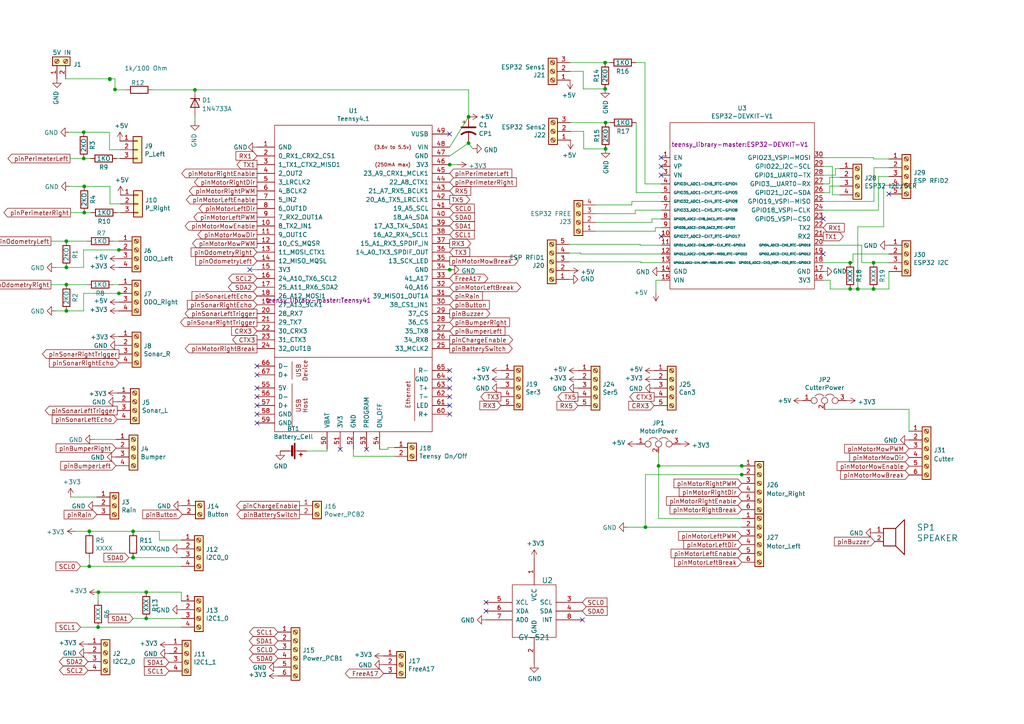
<source format=kicad_sch>
(kicad_sch (version 20211123) (generator eeschema)
  (paper "A4")
  (title_block (title "Teensy 4.1 MainPCB Board") (date "2022-05-13") (rev "v1.3"))
  (junction (at 25.908 154.1018))
  (junction (at 19.2532 82.55))
  (junction (at 246.5832 76.2))
  (junction (at 175.641 35.56))
  (junction (at 19.2532 69.9516))
  (junction (at 28.448 181.9148))
  (junction (at 31.8516 23.0124))
  (junction (at 42.418 171.7548))
  (junction (at 175.514 18.161))
  (junction (at 248.793 83.82))
  (junction (at 24.2824 45.974))
  (junction (at 130.429 78.232))
  (junction (at 25.908 164.2618))
  (junction (at 215.138 137.668))
  (junction (at 175.514 25.781))
  (junction (at 253.365 76.2))
  (junction (at 135.9408 33.8836))
  (junction (at 135.89 41.5036))
  (junction (at 38.608 161.7218))
  (junction (at 135.89 33.8836))
  (junction (at 31.8516 22.86))
  (junction (at 215.138 135.128))
  (junction (at 175.641 43.18))
  (junction (at 253.365 83.82))
  (junction (at 34.4932 72.4916))
  (junction (at 24.2824 38.354))
  (junction (at 19.2532 77.5716))
  (junction (at 191.008 135.128))
  (junction (at 24.4348 61.6712))
  (junction (at 246.5832 83.82))
  (junction (at 24.4348 54.0512))
  (junction (at 38.608 154.1018))
  (junction (at 56.5404 26.0604))
  (junction (at 28.5496 171.7548))
  (junction (at 187.198 152.908))
  (junction (at 19.2532 90.17))
  (junction (at 34.4932 85.09))
  (junction (at 42.418 179.3748))
  (junction (at 130.429 47.752))
  (junction (at 33.3502 25.9588))
  (no_connect (at 74.549 112.522))
  (no_connect (at 130.429 107.442))
  (no_connect (at 72.4408 78.232))
  (no_connect (at 74.549 120.142))
  (no_connect (at 140.97 177.2412))
  (no_connect (at 238.76 73.66))
  (no_connect (at 74.549 108.712))
  (no_connect (at 191.77 50.8))
  (no_connect (at 130.4036 38.862))
  (no_connect (at 130.429 109.982))
  (no_connect (at 257.81 56.261))
  (no_connect (at 74.549 106.172))
  (no_connect (at 191.77 68.58))
  (no_connect (at 238.76 63.5))
  (no_connect (at 191.77 48.26))
  (no_connect (at 191.77 45.72))
  (no_connect (at 130.429 120.142))
  (no_connect (at 74.549 115.062))
  (no_connect (at 140.97 174.7012))
  (no_connect (at 168.91 179.7812))
  (no_connect (at 98.679 130.302))
  (no_connect (at 130.429 117.602))
  (no_connect (at 74.549 117.602))
  (no_connect (at 130.429 112.522))
  (no_connect (at 106.299 130.302))
  (no_connect (at 74.549 122.682))
  (no_connect (at 130.429 115.062))
  (wire (pts (xy 130.4036 47.752) (xy 130.429 47.752)))
  (wire (pts (xy 165.1 75.946) (xy 185.928 75.946)))
  (wire (pts (xy 184.531 55.88) (xy 191.77 55.88)))
  (wire (pts (xy 34.544 72.4916) (xy 34.4932 72.4916)))
  (wire (pts (xy 169.291 38.1) (xy 165.481 38.1)))
  (wire (pts (xy 25.908 164.2618) (xy 52.578 164.2618)))
  (wire (pts (xy 253.492 58.42) (xy 253.492 48.641)))
  (wire (pts (xy 94.869 130.81) (xy 88.9 130.81)))
  (wire (pts (xy 52.578 171.7548) (xy 42.418 171.7548)))
  (wire (pts (xy 56.5404 26.0604) (xy 135.9408 26.0604)))
  (wire (pts (xy 257.81 73.66) (xy 247.396 73.66)))
  (wire (pts (xy 135.9408 26.0604) (xy 135.9408 33.8836)))
  (wire (pts (xy 19.2532 69.9516) (xy 25.2476 69.9516)))
  (wire (pts (xy 34.4932 72.4916) (xy 24.2316 72.4916)))
  (wire (pts (xy 253.365 83.82) (xy 257.81 83.82)))
  (wire (pts (xy 169.164 25.781) (xy 169.164 20.701)))
  (wire (pts (xy 187.198 137.668) (xy 187.198 152.908)))
  (wire (pts (xy 238.76 76.2) (xy 246.5832 76.2)))
  (wire (pts (xy 28.5496 171.7548) (xy 28.448 171.7548)))
  (wire (pts (xy 23.368 164.2618) (xy 25.908 164.2618)))
  (wire (pts (xy 240.665 53.975) (xy 243.586 53.975)))
  (wire (pts (xy 24.4348 54.0512) (xy 31.9024 54.0512)))
  (wire (pts (xy 240.665 53.34) (xy 240.665 51.435)))
  (wire (pts (xy 190.246 84.7344) (xy 190.246 81.28)))
  (wire (pts (xy 172.847 64.516) (xy 189.103 64.516)))
  (wire (pts (xy 238.76 48.26) (xy 241.427 48.26)))
  (wire (pts (xy 31.9024 59.1312) (xy 34.9504 59.1312)))
  (wire (pts (xy 189.103 63.5) (xy 191.77 63.5)))
  (wire (pts (xy 257.81 83.82) (xy 257.81 78.74)))
  (wire (pts (xy 184.277 61.976) (xy 184.277 60.96)))
  (wire (pts (xy 232.8164 116.1796) (xy 232.791 116.205)))
  (wire (pts (xy 190.119 67.056) (xy 190.119 66.04)))
  (wire (pts (xy 253.492 48.641) (xy 257.81 48.641)))
  (wire (pts (xy 176.784 18.161) (xy 175.514 18.161)))
  (wire (pts (xy 14.7828 69.9516) (xy 19.2532 69.9516)))
  (wire (pts (xy 183.261 59.436) (xy 183.261 58.42)))
  (wire (pts (xy 169.164 25.781) (xy 175.514 25.781)))
  (wire (pts (xy 112.522 130.302) (xy 112.522 129.794)))
  (wire (pts (xy 16.2052 90.17) (xy 19.2532 90.17)))
  (wire (pts (xy 246.5832 83.82) (xy 248.793 83.82)))
  (wire (pts (xy 137.1092 43.1292) (xy 135.89 41.5036)))
  (wire (pts (xy 241.427 48.26) (xy 241.427 56.515)))
  (wire (pts (xy 102.489 130.302) (xy 102.489 132.334)))
  (wire (pts (xy 169.291 43.18) (xy 169.291 38.1)))
  (wire (pts (xy 31.9024 54.0512) (xy 31.9024 59.1312)))
  (wire (pts (xy 248.793 83.82) (xy 253.365 83.82)))
  (wire (pts (xy 20.4724 144.1704) (xy 28.0924 144.1704)))
  (wire (pts (xy 191.008 131.318) (xy 191.008 135.128)))
  (wire (pts (xy 176.911 35.56) (xy 175.641 35.56)))
  (wire (pts (xy 184.277 60.96) (xy 191.77 60.96)))
  (wire (pts (xy 38.608 179.3748) (xy 42.418 179.3748)))
  (wire (pts (xy 31.75 43.434) (xy 34.798 43.434)))
  (wire (pts (xy 19.05 22.86) (xy 31.8516 22.86)))
  (wire (pts (xy 46.228 156.6418) (xy 52.578 156.6418)))
  (wire (pts (xy 238.76 58.42) (xy 253.492 58.42)))
  (wire (pts (xy 187.198 152.908) (xy 215.138 152.908)))
  (wire (pts (xy 169.291 43.18) (xy 175.641 43.18)))
  (wire (pts (xy 190.119 66.04) (xy 191.77 66.04)))
  (wire (pts (xy 189.103 64.516) (xy 189.103 63.5)))
  (wire (pts (xy 27.2796 127.4572) (xy 33.6296 127.4572)))
  (wire (pts (xy 34.798 45.974) (xy 33.8836 45.974)))
  (wire (pts (xy 190.246 81.28) (xy 191.77 81.28)))
  (wire (pts (xy 56.5404 33.6804) (xy 56.5404 35.2044)))
  (wire (pts (xy 172.847 61.976) (xy 184.277 61.976)))
  (wire (pts (xy 247.396 73.66) (xy 247.396 76.2)))
  (wire (pts (xy 238.76 55.88) (xy 240.665 55.88)))
  (wire (pts (xy 182.118 152.908) (xy 187.198 152.908)))
  (wire (pts (xy 33.3502 26.0604) (xy 33.3502 25.9588)))
  (wire (pts (xy 187.071 18.161) (xy 184.404 18.161)))
  (wire (pts (xy 240.665 55.88) (xy 240.665 53.975)))
  (wire (pts (xy 34.9504 61.6712) (xy 34.036 61.6712)))
  (wire (pts (xy 253.365 76.2) (xy 257.81 76.2)))
  (wire (pts (xy 26.2636 45.974) (xy 24.2824 45.974)))
  (wire (pts (xy 183.261 58.42) (xy 191.77 58.42)))
  (wire (pts (xy 256.286 65.786) (xy 248.793 65.786)))
  (wire (pts (xy 185.674 71.12) (xy 185.674 70.866)))
  (wire (pts (xy 242.316 50.8) (xy 242.316 48.895)))
  (wire (pts (xy 14.7828 82.55) (xy 19.2532 82.55)))
  (wire (pts (xy 130.4036 78.232) (xy 130.429 78.232)))
  (wire (pts (xy 24.2824 38.354) (xy 31.75 38.354)))
  (wire (pts (xy 263.652 118.7196) (xy 263.652 125.0696)))
  (wire (pts (xy 241.427 56.515) (xy 243.586 56.515)))
  (wire (pts (xy 253.365 45.72) (xy 253.365 46.101)))
  (wire (pts (xy 239.1664 118.7196) (xy 263.652 118.7196)))
  (wire (pts (xy 130.4036 38.862) (xy 130.429 38.862)))
  (wire (pts (xy 32.8676 69.9516) (xy 34.4932 69.9516)))
  (wire (pts (xy 24.2316 77.5716) (xy 19.2532 77.5716)))
  (wire (pts (xy 34.4932 85.09) (xy 24.2316 85.09)))
  (wire (pts (xy 238.76 81.28) (xy 240.792 81.28)))
  (wire (pts (xy 19.2532 82.55) (xy 25.2476 82.55)))
  (wire (pts (xy 215.138 150.368) (xy 191.008 150.368)))
  (wire (pts (xy 38.608 161.7218) (xy 52.578 161.7218)))
  (wire (pts (xy 72.4408 78.232) (xy 74.549 78.232)))
  (wire (pts (xy 26.416 61.6712) (xy 24.4348 61.6712)))
  (wire (pts (xy 185.674 71.12) (xy 191.77 71.12)))
  (wire (pts (xy 215.138 135.128) (xy 191.008 135.128)))
  (wire (pts (xy 130.429 78.232) (xy 130.6068 78.232)))
  (wire (pts (xy 253.365 46.101) (xy 257.81 46.101)))
  (wire (pts (xy 42.418 171.7548) (xy 28.5496 171.7548)))
  (wire (pts (xy 169.164 20.701) (xy 165.354 20.701)))
  (wire (pts (xy 246.5832 76.2) (xy 247.396 76.2)))
  (wire (pts (xy 254.762 60.96) (xy 254.762 51.181)))
  (wire (pts (xy 110.109 130.302) (xy 112.522 130.302)))
  (wire (pts (xy 24.2316 85.09) (xy 24.2316 90.17)))
  (wire (pts (xy 20.1676 38.354) (xy 24.2824 38.354)))
  (wire (pts (xy 187.071 53.34) (xy 187.071 18.161)))
  (wire (pts (xy 185.674 70.866) (xy 165.1 70.866)))
  (wire (pts (xy 184.531 35.56) (xy 184.531 55.88)))
  (wire (pts (xy 22.098 154.1018) (xy 25.908 154.1018)))
  (wire (pts (xy 38.608 154.1018) (xy 46.228 154.1018)))
  (wire (pts (xy 240.792 81.28) (xy 240.792 83.82)))
  (wire (pts (xy 185.928 75.946) (xy 185.928 76.2)))
  (wire (pts (xy 135.89 41.5036) (xy 130.429 45.212)))
  (wire (pts (xy 31.75 38.354) (xy 31.75 43.434)))
  (wire (pts (xy 238.76 50.8) (xy 242.316 50.8)))
  (wire (pts (xy 31.8516 22.86) (xy 33.3502 22.86)))
  (wire (pts (xy 42.418 179.3748) (xy 52.578 179.3748)))
  (wire (pts (xy 191.77 53.34) (xy 187.071 53.34)))
  (wire (pts (xy 238.76 45.72) (xy 253.365 45.72)))
  (wire (pts (xy 238.76 71.12) (xy 249.936 71.12)))
  (wire (pts (xy 254.762 51.181) (xy 257.81 51.181)))
  (wire (pts (xy 32.8676 82.55) (xy 34.4932 82.55)))
  (wire (pts (xy 25.908 161.7218) (xy 25.908 164.2618)))
  (wire (pts (xy 245.5164 116.1796) (xy 245.491 116.205)))
  (wire (pts (xy 215.138 137.668) (xy 215.1888 137.6172)))
  (wire (pts (xy 24.2316 72.4916) (xy 24.2316 77.5716)))
  (wire (pts (xy 130.429 47.752) (xy 132.6388 47.752)))
  (wire (pts (xy 34.544 85.09) (xy 34.4932 85.09)))
  (wire (pts (xy 24.2316 90.17) (xy 19.2532 90.17)))
  (wire (pts (xy 33.3502 26.0604) (xy 36.576 26.0604)))
  (wire (pts (xy 240.665 51.435) (xy 243.586 51.435)))
  (wire (pts (xy 28.448 181.9148) (xy 52.578 181.9148)))
  (wire (pts (xy 238.76 53.34) (xy 240.665 53.34)))
  (wire (pts (xy 242.316 48.895) (xy 243.586 48.895)))
  (wire (pts (xy 23.368 181.9148) (xy 28.448 181.9148)))
  (wire (pts (xy 256.286 53.721) (xy 256.286 65.786)))
  (wire (pts (xy 240.792 83.82) (xy 246.5832 83.82)))
  (wire (pts (xy 33.3502 25.9588) (xy 33.3502 22.86)))
  (wire (pts (xy 165.354 18.161) (xy 175.514 18.161)))
  (wire (pts (xy 238.76 60.96) (xy 254.762 60.96)))
  (wire (pts (xy 172.847 67.056) (xy 190.119 67.056)))
  (wire (pts (xy 31.8516 22.86) (xy 31.8516 23.0124)))
  (wire (pts (xy 37.338 161.7218) (xy 38.608 161.7218)))
  (wire (pts (xy 215.138 135.128) (xy 215.1888 135.0772)))
  (wire (pts (xy 172.847 59.436) (xy 183.261 59.436)))
  (wire (pts (xy 248.793 65.786) (xy 248.793 83.82)))
  (wire (pts (xy 46.228 154.1018) (xy 46.228 156.6418)))
  (wire (pts (xy 130.429 42.672) (xy 135.89 33.8836)))
  (wire (pts (xy 20.32 45.974) (xy 24.2824 45.974)))
  (wire (pts (xy 165.481 35.56) (xy 175.641 35.56)))
  (wire (pts (xy 44.196 26.0604) (xy 56.5404 26.0604)))
  (wire (pts (xy 168.402 73.66) (xy 168.402 73.406)))
  (wire (pts (xy 185.928 76.2) (xy 191.77 76.2)))
  (wire (pts (xy 112.522 129.794) (xy 114.427 129.794)))
  (wire (pts (xy 102.489 132.334) (xy 114.427 132.334)))
  (wire (pts (xy 191.77 73.66) (xy 168.402 73.66)))
  (wire (pts (xy 38.608 154.1018) (xy 25.908 154.1018)))
  (wire (pts (xy 215.138 137.668) (xy 187.198 137.668)))
  (wire (pts (xy 16.2052 77.5716) (xy 19.2532 77.5716)))
  (wire (pts (xy 191.008 135.128) (xy 191.008 150.368)))
  (wire (pts (xy 249.936 76.2) (xy 253.365 76.2)))
  (wire (pts (xy 28.448 174.2948) (xy 28.448 171.7548)))
  (wire (pts (xy 20.4724 61.6712) (xy 24.4348 61.6712)))
  (wire (pts (xy 168.402 73.406) (xy 165.1 73.406)))
  (wire (pts (xy 249.936 71.12) (xy 249.936 76.2)))
  (wire (pts (xy 94.869 130.302) (xy 94.869 130.81)))
  (wire (pts (xy 257.81 53.721) (xy 256.286 53.721)))
  (wire (pts (xy 52.578 174.2948) (xy 52.578 171.7548)))
  (wire (pts (xy 20.32 54.0512) (xy 24.4348 54.0512)))
  (global_label "SDA2" (shape bidirectional) (at 25.527 191.897 180) (property "Intersheet References" "${INTERSHEET_REFS}" (effects hide)))
  (global_label "pinSonarRightEcho" (shape input) (at 74.549 88.392 180) (property "Intersheet References" "${INTERSHEET_REFS}" (effects hide)))
  (global_label "pinPerimeterRight" (shape output) (at 20.4724 61.6712 180) (property "Intersheet References" "${INTERSHEET_REFS}" (effects hide)))
  (global_label "CTX3" (shape output) (at 74.549 98.552 180) (property "Intersheet References" "${INTERSHEET_REFS}" (effects hide)))
  (global_label "SCL2" (shape bidirectional) (at 25.527 194.437 180) (property "Intersheet References" "${INTERSHEET_REFS}" (effects hide)))
  (global_label "pinMotorLeftPWM" (shape output) (at 74.549 62.992 180) (property "Intersheet References" "${INTERSHEET_REFS}" (effects hide)))
  (global_label "SCL1" (shape bidirectional) (at 80.6196 183.3372 180) (property "Intersheet References" "${INTERSHEET_REFS}" (effects hide)))
  (global_label "pinMotorLeftEnable" (shape input) (at 215.138 160.528 180) (property "Intersheet References" "${INTERSHEET_REFS}" (effects hide)))
  (global_label "pinMotorRightPWM" (shape input) (at 215.138 140.208 180) (property "Intersheet References" "${INTERSHEET_REFS}" (effects hide)))
  (global_label "pinButton" (shape input) (at 130.429 88.392 0) (property "Intersheet References" "${INTERSHEET_REFS}" (effects hide)))
  (global_label "RX3" (shape input) (at 145.288 117.602 180) (property "Intersheet References" "${INTERSHEET_REFS}" (effects hide)))
  (global_label "pinBumperRight" (shape input) (at 130.429 93.472 0) (property "Intersheet References" "${INTERSHEET_REFS}" (effects hide)))
  (global_label "SCL2" (shape bidirectional) (at 74.549 80.772 180) (property "Intersheet References" "${INTERSHEET_REFS}" (effects hide)))
  (global_label "pinChargeEnable" (shape output) (at 86.868 146.6596 180) (property "Intersheet References" "${INTERSHEET_REFS}" (effects hide)))
  (global_label "pinSonarLeftTrigger" (shape output) (at 34.0106 119.0752 180) (property "Intersheet References" "${INTERSHEET_REFS}" (effects hide)))
  (global_label "pinMotorMowPWM" (shape output) (at 74.549 70.612 180) (property "Intersheet References" "${INTERSHEET_REFS}" (effects hide)))
  (global_label "pinMotorLeftBreak" (shape input) (at 215.138 163.068 180) (property "Intersheet References" "${INTERSHEET_REFS}" (effects hide)))
  (global_label "SCL0" (shape input) (at 23.368 164.2618 180) (property "Intersheet References" "${INTERSHEET_REFS}" (effects hide)))
  (global_label "pinBumperLeft" (shape input) (at 33.6296 135.0772 180) (property "Intersheet References" "${INTERSHEET_REFS}" (effects hide)))
  (global_label "pinBumperLeft" (shape input) (at 130.429 96.012 0) (property "Intersheet References" "${INTERSHEET_REFS}" (effects hide)))
  (global_label "pinMotorLeftDir" (shape output) (at 74.549 60.452 180) (property "Intersheet References" "${INTERSHEET_REFS}" (effects hide)))
  (global_label "SCL0" (shape bidirectional) (at 80.6196 188.4172 180) (property "Intersheet References" "${INTERSHEET_REFS}" (effects hide)))
  (global_label "RX1" (shape input) (at 74.549 45.212 180) (property "Intersheet References" "${INTERSHEET_REFS}" (effects hide)))
  (global_label "FreeA17" (shape bidirectional) (at 130.429 80.772 0) (property "Intersheet References" "${INTERSHEET_REFS}" (effects hide)))
  (global_label "pinButton" (shape input) (at 52.8828 149.1996 180) (property "Intersheet References" "${INTERSHEET_REFS}" (effects hide)))
  (global_label "pinChargeEnable" (shape output) (at 130.429 98.552 0) (property "Intersheet References" "${INTERSHEET_REFS}" (effects hide)))
  (global_label "pinMotorLeftDir" (shape input) (at 215.138 157.988 180) (property "Intersheet References" "${INTERSHEET_REFS}" (effects hide)))
  (global_label "SDA0" (shape bidirectional) (at 80.6196 190.9572 180) (property "Intersheet References" "${INTERSHEET_REFS}" (effects hide)))
  (global_label "pinPerimeterRight" (shape input) (at 130.429 52.832 0) (property "Intersheet References" "${INTERSHEET_REFS}" (effects hide)))
  (global_label "pinRain" (shape input) (at 130.429 85.852 0) (property "Intersheet References" "${INTERSHEET_REFS}" (effects hide)))
  (global_label "pinMotorMowBreak" (shape input) (at 263.652 137.7696 180) (property "Intersheet References" "${INTERSHEET_REFS}" (effects hide)))
  (global_label "SCL1" (shape input) (at 130.429 68.072 0) (property "Intersheet References" "${INTERSHEET_REFS}" (effects hide)))
  (global_label "pinOdometryRight" (shape input) (at 74.549 73.152 180) (property "Intersheet References" "${INTERSHEET_REFS}" (effects hide)))
  (global_label "TX5" (shape output) (at 130.429 57.912 0) (property "Intersheet References" "${INTERSHEET_REFS}" (effects hide)))
  (global_label "SCL0" (shape input) (at 168.91 174.7012 0) (property "Intersheet References" "${INTERSHEET_REFS}" (effects hide)))
  (global_label "pinMotorRightEnable" (shape output) (at 74.549 50.292 180) (property "Intersheet References" "${INTERSHEET_REFS}" (effects hide)))
  (global_label "SDA1" (shape bidirectional) (at 80.6196 185.8772 180) (property "Intersheet References" "${INTERSHEET_REFS}" (effects hide)))
  (global_label "pinOdometryRight" (shape output) (at 14.7828 82.55 180) (property "Intersheet References" "${INTERSHEET_REFS}" (effects hide)))
  (global_label "pinMotorMowDir" (shape output) (at 74.549 68.072 180) (property "Intersheet References" "${INTERSHEET_REFS}" (effects hide)))
  (global_label "pinMotorRightDir" (shape output) (at 74.549 52.832 180) (property "Intersheet References" "${INTERSHEET_REFS}" (effects hide)))
  (global_label "pinSonarLeftTrigger" (shape output) (at 74.549 90.932 180) (property "Intersheet References" "${INTERSHEET_REFS}" (effects hide)))
  (global_label "pinBuzzer" (shape input) (at 253.6952 157.0736 180) (property "Intersheet References" "${INTERSHEET_REFS}" (effects hide)))
  (global_label "RX1" (shape input) (at 238.76 66.04 0) (property "Intersheet References" "${INTERSHEET_REFS}" (effects hide)))
  (global_label "pinMotorRightEnable" (shape input) (at 215.138 145.288 180) (property "Intersheet References" "${INTERSHEET_REFS}" (effects hide)))
  (global_label "SDA1" (shape input) (at 130.429 65.532 0) (property "Intersheet References" "${INTERSHEET_REFS}" (effects hide)))
  (global_label "SDA0" (shape input) (at 37.338 161.7218 180) (property "Intersheet References" "${INTERSHEET_REFS}" (effects hide)))
  (global_label "pinMotorMowEnable" (shape input) (at 263.652 135.2296 180) (property "Intersheet References" "${INTERSHEET_REFS}" (effects hide)))
  (global_label "TX1" (shape output) (at 238.76 68.58 0) (property "Intersheet References" "${INTERSHEET_REFS}" (effects hide)))
  (global_label "pinMotorMowEnable" (shape output) (at 74.549 65.532 180) (property "Intersheet References" "${INTERSHEET_REFS}" (effects hide)))
  (global_label "SDA2" (shape bidirectional) (at 74.549 83.312 180) (property "Intersheet References" "${INTERSHEET_REFS}" (effects hide)))
  (global_label "RX5" (shape input) (at 130.429 55.372 0) (property "Intersheet References" "${INTERSHEET_REFS}" (effects hide)))
  (global_label "pinBatterySwitch" (shape output) (at 130.429 101.092 0) (property "Intersheet References" "${INTERSHEET_REFS}" (effects hide)))
  (global_label "CRX3" (shape input) (at 189.738 117.6528 180) (property "Intersheet References" "${INTERSHEET_REFS}" (effects hide)))
  (global_label "FreeA17" (shape bidirectional) (at 111.252 195.326 180) (property "Intersheet References" "${INTERSHEET_REFS}" (effects hide)))
  (global_label "pinBuzzer" (shape output) (at 130.429 90.932 0) (property "Intersheet References" "${INTERSHEET_REFS}" (effects hide)))
  (global_label "pinPerimeterLeft" (shape input) (at 130.429 50.292 0) (property "Intersheet References" "${INTERSHEET_REFS}" (effects hide)))
  (global_label "pinMotorMowDir" (shape input) (at 263.652 132.6896 180) (property "Intersheet References" "${INTERSHEET_REFS}" (effects hide)))
  (global_label "RX3" (shape output) (at 130.429 70.612 0) (property "Intersheet References" "${INTERSHEET_REFS}" (effects hide)))
  (global_label "SDA1" (shape input) (at 49.022 192.0748 180) (property "Intersheet References" "${INTERSHEET_REFS}" (effects hide)))
  (global_label "SCL0" (shape input) (at 130.429 60.452 0) (property "Intersheet References" "${INTERSHEET_REFS}" (effects hide)))
  (global_label "pinSonarRightTrigger" (shape output) (at 34.5186 102.6922 180) (property "Intersheet References" "${INTERSHEET_REFS}" (effects hide)))
  (global_label "pinMotorRightBreak" (shape input) (at 215.138 147.828 180) (property "Intersheet References" "${INTERSHEET_REFS}" (effects hide)))
  (global_label "CRX3" (shape input) (at 74.549 96.012 180) (property "Intersheet References" "${INTERSHEET_REFS}" (effects hide)))
  (global_label "RX5" (shape input) (at 167.64 117.6528 180) (property "Intersheet References" "${INTERSHEET_REFS}" (effects hide)))
  (global_label "pinOdometryLeft" (shape input) (at 74.549 75.692 180) (property "Intersheet References" "${INTERSHEET_REFS}" (effects hide)))
  (global_label "SCL1" (shape input) (at 49.022 194.6148 180) (property "Intersheet References" "${INTERSHEET_REFS}" (effects hide)))
  (global_label "pinSonarLeftEcho" (shape input) (at 34.0106 121.6152 180) (property "Intersheet References" "${INTERSHEET_REFS}" (effects hide)))
  (global_label "TX1" (shape output) (at 74.549 47.752 180) (property "Intersheet References" "${INTERSHEET_REFS}" (effects hide)))
  (global_label "TX3" (shape input) (at 130.429 73.152 0) (property "Intersheet References" "${INTERSHEET_REFS}" (effects hide)))
  (global_label "pinBumperRight" (shape input) (at 33.6296 129.9972 180) (property "Intersheet References" "${INTERSHEET_REFS}" (effects hide)))
  (global_label "pinMotorRightDir" (shape input) (at 215.138 142.748 180) (property "Intersheet References" "${INTERSHEET_REFS}" (effects hide)))
  (global_label "SDA0" (shape input) (at 168.91 177.2412 0) (property "Intersheet References" "${INTERSHEET_REFS}" (effects hide)))
  (global_label "TX3" (shape output) (at 145.288 115.062 180) (property "Intersheet References" "${INTERSHEET_REFS}" (effects hide)))
  (global_label "pinSonarLeftEcho" (shape input) (at 74.549 85.852 180) (property "Intersheet References" "${INTERSHEET_REFS}" (effects hide)))
  (global_label "pinMotorMowPWM" (shape input) (at 263.652 130.1496 180) (property "Intersheet References" "${INTERSHEET_REFS}" (effects hide)))
  (global_label "pinOdometryLeft" (shape output) (at 14.7828 69.9516 180) (property "Intersheet References" "${INTERSHEET_REFS}" (effects hide)))
  (global_label "SDA0" (shape input) (at 130.429 62.992 0) (property "Intersheet References" "${INTERSHEET_REFS}" (effects hide)))
  (global_label "pinSonarRightTrigger" (shape output) (at 74.549 93.472 180) (property "Intersheet References" "${INTERSHEET_REFS}" (effects hide)))
  (global_label "SCL1" (shape input) (at 23.368 181.9148 180) (property "Intersheet References" "${INTERSHEET_REFS}" (effects hide)))
  (global_label "pinMotorRightBreak" (shape output) (at 74.549 101.092 180) (property "Intersheet References" "${INTERSHEET_REFS}" (effects hide)))
  (global_label "TX5" (shape output) (at 167.64 115.1128 180) (property "Intersheet References" "${INTERSHEET_REFS}" (effects hide)))
  (global_label "pinSonarRightEcho" (shape input) (at 34.5186 105.2322 180) (property "Intersheet References" "${INTERSHEET_REFS}" (effects hide)))
  (global_label "pinMotorLeftEnable" (shape output) (at 74.549 57.912 180) (property "Intersheet References" "${INTERSHEET_REFS}" (effects hide)))
  (global_label "pinPerimeterLeft" (shape output) (at 20.32 45.974 180) (property "Intersheet References" "${INTERSHEET_REFS}" (effects hide)))
  (global_label "pinRain" (shape input) (at 28.0924 149.2504 180) (property "Intersheet References" "${INTERSHEET_REFS}" (effects hide)))
  (global_label "pinMotorLeftPWM" (shape input) (at 215.138 155.448 180) (property "Intersheet References" "${INTERSHEET_REFS}" (effects hide)))
  (global_label "pinMotorLeftBreak" (shape bidirectional) (at 130.429 83.312 0) (property "Intersheet References" "${INTERSHEET_REFS}" (effects hide)))
  (global_label "pinMotorMowBreak" (shape output) (at 130.429 75.692 0) (property "Intersheet References" "${INTERSHEET_REFS}" (effects hide)))
  (global_label "CTX3" (shape output) (at 189.738 115.1128 180) (property "Intersheet References" "${INTERSHEET_REFS}" (effects hide)))
  (global_label "pinMotorRightPWM" (shape output) (at 74.549 55.372 180) (property "Intersheet References" "${INTERSHEET_REFS}" (effects hide)))
  (global_label "SDA1" (shape input) (at 38.608 179.3748 180) (property "Intersheet References" "${INTERSHEET_REFS}" (effects hide)))
  (global_label "pinBatterySwitch" (shape output) (at 86.868 149.1996 180) (property "Intersheet References" "${INTERSHEET_REFS}" (effects hide)))
  (symbol (lib_id "Connector:Screw_Terminal_01x04") (at 30.607 189.357 0) (unit 1)
    (property "Reference" "J2" (at 32.639 189.5602 0) (effects (justify left)))
    (property "Value" "I2C2_0" (at 32.639 191.8716 0) (effects (justify left)))
    (property "Footprint" "Connector_JST:JST_XH_B4B-XH-A_1x04_P2.50mm_Vertical" (effects hide))
  )
  (symbol (lib_id "Connector:Screw_Terminal_01x04") (at 54.102 189.5348 0) (unit 1)
    (property "Reference" "J11" (at 56.134 189.738 0) (effects (justify left)))
    (property "Value" "I2C1_1" (at 56.134 192.0494 0) (effects (justify left)))
    (property "Footprint" "Connector_JST:JST_XH_B4B-XH-A_1x04_P2.50mm_Vertical" (effects hide))
  )
  (symbol (lib_id "Connector:Screw_Terminal_01x04") (at 39.5986 100.1522 0) (unit 1)
    (property "Reference" "J8" (at 41.6306 100.3554 0) (effects (justify left)))
    (property "Value" "Sonar_R" (at 41.6306 102.6668 0) (effects (justify left)))
    (property "Footprint" "Connector_JST:JST_XH_B4B-XH-A_1x04_P2.50mm_Vertical" (effects hide))
  )
  (symbol (lib_id "Connector:Screw_Terminal_01x04") (at 39.0906 116.5352 0) (unit 1)
    (property "Reference" "J5" (at 41.1226 116.7384 0) (effects (justify left)))
    (property "Value" "Sonar_L" (at 41.1226 119.0498 0) (effects (justify left)))
    (property "Footprint" "Connector_JST:JST_XH_B4B-XH-A_1x04_P2.50mm_Vertical" (effects hide))
  )
  (symbol (lib_id "Connector:Screw_Terminal_01x04") (at 38.7096 129.9972 0) (unit 1)
    (property "Reference" "J4" (at 40.7416 130.2004 0) (effects (justify left)))
    (property "Value" "Bumper" (at 40.7416 132.5118 0) (effects (justify left)))
    (property "Footprint" "Connector_JST:JST_XH_B4B-XH-A_1x04_P2.50mm_Vertical" (effects hide))
  )
  (symbol (lib_id "Connector:Screw_Terminal_01x03") (at 33.1724 146.7104 0) (unit 1)
    (property "Reference" "J3" (at 35.2044 145.6436 0) (effects (justify left)))
    (property "Value" "Rain" (at 35.2044 147.955 0) (effects (justify left)))
    (property "Footprint" "Connector_JST:JST_XH_B3B-XH-A_1x03_P2.50mm_Vertical" (effects hide))
  )
  (symbol (lib_id "power:+3.3V") (at 20.4724 144.1704 0) (unit 1)
    (property "Reference" "#PWR06" (effects hide))
    (property "Value" "+3.3V" (at 20.8534 139.7762 0))
  )
  (symbol (lib_id "Device:Speaker") (at 258.7752 154.5336 0) (unit 1)
    (property "Reference" "SP1" (at 265.8364 152.9842 0) (effects (font (size 1.778 1.778)) (justify left)))
    (property "Value" "SPEAKER" (at 265.8364 156.0576 0) (effects (font (size 1.778 1.778)) (justify left)))
    (property "Footprint" "Zimprich:Buzzer_12x9.5RM7.6" (effects hide))
  )
  (symbol (lib_id "Connector:Screw_Terminal_01x02") (at 57.9628 146.6596 0) (unit 1)
    (property "Reference" "J14" (at 59.9948 146.8628 0) (effects (justify left)))
    (property "Value" "Button" (at 59.9948 149.1742 0) (effects (justify left)))
    (property "Footprint" "Connector_JST:JST_XH_B2B-XH-A_1x02_P2.50mm_Vertical" (effects hide))
  )
  (symbol (lib_id "power:GND") (at 253.6952 154.5336 270) (unit 1)
    (property "Reference" "#PWR067" (effects hide))
    (property "Value" "GND" (at 250.444 154.6606 90) (effects (justify right)))
  )
  (symbol (lib_id "power:GND") (at 52.8828 146.6596 270) (unit 1)
    (property "Reference" "#PWR028" (effects hide))
    (property "Value" "GND" (at 49.6316 146.7866 90) (effects (justify right)))
  )
  (symbol (lib_id "power:GND") (at 28.0924 146.7104 270) (unit 1)
    (property "Reference" "#PWR011" (effects hide))
    (property "Value" "GND" (at 24.8412 146.8374 90) (effects (justify right)))
  )
  (symbol (lib_id "power:GND") (at 27.2796 127.4572 270) (unit 1)
    (property "Reference" "#PWR010" (effects hide))
    (property "Value" "GND" (at 24.0284 127.5842 90) (effects (justify right)))
  )
  (symbol (lib_id "power:GND") (at 49.022 189.5348 270) (unit 1)
    (property "Reference" "#PWR025" (effects hide))
    (property "Value" "GND" (at 45.7708 189.6618 90) (effects (justify right)))
  )
  (symbol (lib_id "power:GND") (at 33.6296 132.5372 270) (unit 1)
    (property "Reference" "#PWR013" (effects hide))
    (property "Value" "GND" (at 30.3784 132.6642 90) (effects (justify right)))
  )
  (symbol (lib_id "power:+3.3V") (at 25.527 186.817 90) (unit 1)
    (property "Reference" "#PWR08" (effects hide))
    (property "Value" "+3.3V" (at 22.2758 186.436 90) (effects (justify left)))
  )
  (symbol (lib_id "power:+3.3V") (at 49.022 186.9948 90) (unit 1)
    (property "Reference" "#PWR024" (effects hide))
    (property "Value" "+3.3V" (at 45.7708 186.6138 90) (effects (justify left)))
  )
  (symbol (lib_id "power:GND") (at 25.527 189.357 270) (unit 1)
    (property "Reference" "#PWR09" (effects hide))
    (property "Value" "GND" (at 22.2758 189.484 90) (effects (justify right)))
  )
  (symbol (lib_id "power:GND") (at 34.0106 116.5352 270) (unit 1)
    (property "Reference" "#PWR015" (effects hide))
    (property "Value" "GND" (at 30.7594 116.6622 90) (effects (justify right)))
  )
  (symbol (lib_id "power:GND") (at 34.5186 100.1522 270) (unit 1)
    (property "Reference" "#PWR021" (effects hide))
    (property "Value" "GND" (at 31.2674 100.2792 90) (effects (justify right)))
  )
  (symbol (lib_id "Connector:Screw_Terminal_01x02") (at 16.51 17.78 90) (unit 1)
    (property "Reference" "J1" (at 21.2852 18.6944 90) (effects (justify right)))
    (property "Value" "5V IN" (at 15.24 15.24 90) (effects (justify right)))
    (property "Footprint" "TerminalBlock:TerminalBlock_bornier-2_P5.08mm" (effects hide))
  )
  (symbol (lib_id "power:GND") (at 16.51 22.86 0) (unit 1)
    (property "Reference" "#PWR03" (effects hide))
    (property "Value" "GND" (at 16.256 28.3972 90))
  )
  (symbol (lib_id "power:+3.3V") (at 34.5186 97.6122 90) (unit 1)
    (property "Reference" "#PWR020" (effects hide))
    (property "Value" "+3.3V" (at 28.829 97.7646 90))
  )
  (symbol (lib_id "power:+3.3V") (at 34.0106 113.9952 90) (unit 1)
    (property "Reference" "#PWR014" (effects hide))
    (property "Value" "+3.3V" (at 28.3464 114.173 90))
  )
  (symbol (lib_id "Connector:Screw_Terminal_01x04") (at 57.658 176.8348 0) (unit 1)
    (property "Reference" "J13" (at 59.69 177.038 0) (effects (justify left)))
    (property "Value" "I2C1_0" (at 59.69 179.3494 0) (effects (justify left)))
    (property "Footprint" "Connector_JST:JST_XH_B4B-XH-A_1x04_P2.50mm_Vertical" (effects hide))
  )
  (symbol (lib_id "power:GND") (at 52.578 176.8348 270) (unit 1)
    (property "Reference" "#PWR027" (effects hide))
    (property "Value" "GND" (at 49.3268 176.9618 90) (effects (justify right)))
  )
  (symbol (lib_id "Device:R") (at 42.418 175.5648 180) (unit 1)
    (property "Reference" "R13" (at 44.958 175.5648 90))
    (property "Value" "XXX" (at 42.418 175.5648 90))
    (property "Footprint" "Resistor_THT:R_Axial_DIN0207_L6.3mm_D2.5mm_P2.54mm_Vertical" (effects hide))
  )
  (symbol (lib_id "Device:R") (at 28.448 178.1048 180) (unit 1)
    (property "Reference" "R6" (at 30.988 178.1048 90))
    (property "Value" "XXX" (at 28.448 178.1048 90))
    (property "Footprint" "Resistor_THT:R_Axial_DIN0207_L6.3mm_D2.5mm_P2.54mm_Vertical" (effects hide))
  )
  (symbol (lib_id "Mechanical:MountingHole_Pad") (at 303.53 21.59 0) (unit 1)
    (property "Reference" "H1" (at 306.07 20.3454 0) (effects (justify left)))
    (property "Value" "MountingHole_Pad" (at 306.07 22.6568 0) (effects (justify left)))
    (property "Footprint" "MountingHole:MountingHole_3.2mm_M3_Pad_TopBottom" (effects hide))
  )
  (symbol (lib_id "power:GND") (at 303.53 24.13 0) (unit 1)
    (property "Reference" "#PWR070" (effects hide))
    (property "Value" "GND" (at 303.657 27.3812 90) (effects (justify right)))
  )
  (symbol (lib_id "Mechanical:MountingHole_Pad") (at 303.53 39.37 0) (unit 1)
    (property "Reference" "H2" (at 306.07 38.1254 0) (effects (justify left)))
    (property "Value" "MountingHole_Pad" (at 306.07 40.4368 0) (effects (justify left)))
    (property "Footprint" "MountingHole:MountingHole_3.2mm_M3_Pad_TopBottom" (effects hide))
  )
  (symbol (lib_id "power:GND") (at 303.53 41.91 0) (unit 1)
    (property "Reference" "#PWR071" (effects hide))
    (property "Value" "GND" (at 303.657 45.1612 90) (effects (justify right)))
  )
  (symbol (lib_id "Mechanical:MountingHole_Pad") (at 303.53 57.15 0) (unit 1)
    (property "Reference" "H3" (at 306.07 55.9054 0) (effects (justify left)))
    (property "Value" "MountingHole_Pad" (at 306.07 58.2168 0) (effects (justify left)))
    (property "Footprint" "MountingHole:MountingHole_3.2mm_M3_Pad_TopBottom" (effects hide))
  )
  (symbol (lib_id "power:GND") (at 303.53 59.69 0) (unit 1)
    (property "Reference" "#PWR072" (effects hide))
    (property "Value" "GND" (at 303.657 62.9412 90) (effects (justify right)))
  )
  (symbol (lib_id "Mechanical:MountingHole_Pad") (at 303.53 74.93 0) (unit 1)
    (property "Reference" "H4" (at 306.07 73.6854 0) (effects (justify left)))
    (property "Value" "MountingHole_Pad" (at 306.07 75.9968 0) (effects (justify left)))
    (property "Footprint" "MountingHole:MountingHole_3.2mm_M3_Pad_TopBottom" (effects hide))
  )
  (symbol (lib_id "power:GND") (at 303.53 77.47 0) (unit 1)
    (property "Reference" "#PWR073" (effects hide))
    (property "Value" "GND" (at 303.657 80.7212 90) (effects (justify right)))
  )
  (symbol (lib_id "Connector:Screw_Terminal_01x05") (at 150.368 112.522 0) (unit 1)
    (property "Reference" "J19" (at 152.4 111.4552 0) (effects (justify left)))
    (property "Value" "Ser3" (at 152.4 113.7666 0) (effects (justify left)))
    (property "Footprint" "Connector_JST:JST_XH_B5B-XH-A_1x05_P2.50mm_Vertical" (effects hide))
  )
  (symbol (lib_id "power:+3.3V") (at 145.288 109.982 90) (unit 1)
    (property "Reference" "#PWR043" (effects hide))
    (property "Value" "+3.3V" (at 142.0368 109.601 90) (effects (justify left)))
  )
  (symbol (lib_id "power:GND") (at 145.288 112.522 270) (unit 1)
    (property "Reference" "#PWR044" (effects hide))
    (property "Value" "GND" (at 142.0368 112.649 90) (effects (justify right)))
  )
  (symbol (lib_id "power:+5V") (at 145.288 107.442 90) (unit 1)
    (property "Reference" "#PWR042" (effects hide))
    (property "Value" "+5V" (at 142.0368 107.061 90) (effects (justify left)))
  )
  (symbol (lib_id "Teensy_MainPCB-rescue:Teensy4.1-teensy") (at 102.489 97.282 0) (unit 1)
    (property "Reference" "U1" (at 102.489 32.131 0))
    (property "Value" "Teensy4.1" (at 102.489 34.4424 0))
    (property "Footprint" "teensy_library-master:Teensy41" (at 92.329 87.122 0))
  )
  (symbol (lib_id "power:GND") (at 137.1092 43.1292 90) (unit 1)
    (property "Reference" "#PWR040" (effects hide))
    (property "Value" "GND" (at 142.367 43.4848 90))
  )
  (symbol (lib_id "Teensy_MainPCB-rescue:GY-521-teensy") (at 154.94 177.2412 0) (unit 1)
    (property "Reference" "U2" (at 158.75 168.3512 0) (effects (font (size 1.524 1.524))))
    (property "Value" "GY-521" (at 154.94 184.8612 0) (effects (font (size 1.524 1.524))))
    (property "Footprint" "teensy_library-master:GY-521" (effects hide))
  )
  (symbol (lib_id "power:+3.3V") (at 154.94 162.0012 0) (unit 1)
    (property "Reference" "#PWR045" (effects hide))
    (property "Value" "+3.3V" (at 155.321 157.607 0))
  )
  (symbol (lib_id "power:GND") (at 154.94 192.4812 0) (unit 1)
    (property "Reference" "#PWR046" (effects hide))
    (property "Value" "GND" (at 155.067 196.8754 0))
  )
  (symbol (lib_id "Device:R") (at 25.908 157.9118 180) (unit 1)
    (property "Reference" "R5" (at 27.686 156.7434 0) (effects (justify right)))
    (property "Value" "XXXX" (at 27.686 159.0548 0) (effects (justify right)))
    (property "Footprint" "Resistor_THT:R_Axial_DIN0207_L6.3mm_D2.5mm_P2.54mm_Vertical" (effects hide))
  )
  (symbol (lib_id "Device:Battery_Cell") (at 83.82 130.81 270) (unit 1)
    (property "Reference" "BT1" (at 85.09 124.333 90))
    (property "Value" "Battery_Cell" (at 85.09 126.6444 90))
    (property "Footprint" "Battery:BatteryHolder_Keystone_103_1x20mm" (effects hide))
  )
  (symbol (lib_id "power:GND") (at 81.28 130.81 0) (unit 1)
    (property "Reference" "#PWR034" (effects hide))
    (property "Value" "GND" (at 81.407 135.2042 0))
  )
  (symbol (lib_id "Connector:Screw_Terminal_01x02") (at 91.948 146.6596 0) (unit 1)
    (property "Reference" "J16" (at 93.98 146.8628 0) (effects (justify left)))
    (property "Value" "Power_PCB2" (at 93.98 149.1742 0) (effects (justify left)))
    (property "Footprint" "Connector_JST:JST_XH_B2B-XH-A_1x02_P2.50mm_Vertical" (effects hide))
  )
  (symbol (lib_id "Device:R") (at 38.608 157.9118 0) (unit 1)
    (property "Reference" "R11" (at 40.386 156.7434 0) (effects (justify left)))
    (property "Value" "XXXX" (at 40.386 159.0548 0) (effects (justify left)))
    (property "Footprint" "Resistor_THT:R_Axial_DIN0207_L6.3mm_D2.5mm_P2.54mm_Vertical" (effects hide))
  )
  (symbol (lib_id "Device:Jumper_NC_Dual") (at 239.1664 116.1796 0) (unit 1)
    (property "Reference" "JP2" (at 239.1664 110.109 0))
    (property "Value" "CutterPower" (at 239.1664 112.4204 0))
    (property "Footprint" "Connector_PinHeader_2.54mm:PinHeader_1x03_P2.54mm_Vertical" (effects hide))
  )
  (symbol (lib_id "power:+3.3V") (at 245.491 116.205 270) (unit 1)
    (property "Reference" "#PWR066" (effects hide))
    (property "Value" "+3.3V" (at 248.7422 116.586 90) (effects (justify left)))
  )
  (symbol (lib_id "power:GND") (at 263.652 127.6096 270) (unit 1)
    (property "Reference" "#PWR069" (effects hide))
    (property "Value" "GND" (at 260.4008 127.7366 90) (effects (justify right)))
  )
  (symbol (lib_id "Connector:Screw_Terminal_01x05") (at 172.72 112.5728 0) (unit 1)
    (property "Reference" "J24" (at 174.752 111.506 0) (effects (justify left)))
    (property "Value" "Ser5" (at 174.752 113.8174 0) (effects (justify left)))
    (property "Footprint" "Connector_JST:JST_XH_B5B-XH-A_1x05_P2.50mm_Vertical" (effects hide))
  )
  (symbol (lib_id "power:+3.3V") (at 167.64 110.0328 90) (unit 1)
    (property "Reference" "#PWR052" (effects hide))
    (property "Value" "+3.3V" (at 164.3888 109.6518 90) (effects (justify left)))
  )
  (symbol (lib_id "power:GND") (at 167.64 112.5728 270) (unit 1)
    (property "Reference" "#PWR053" (effects hide))
    (property "Value" "GND" (at 164.3888 112.6998 90) (effects (justify right)))
  )
  (symbol (lib_id "power:+5V") (at 167.64 107.4928 90) (unit 1)
    (property "Reference" "#PWR051" (effects hide))
    (property "Value" "+5V" (at 164.3888 107.1118 90) (effects (justify left)))
  )
  (symbol (lib_id "Device:Jumper_NC_Dual") (at 191.008 128.778 0) (unit 1)
    (property "Reference" "JP1" (at 191.008 122.7074 0))
    (property "Value" "MotorPower" (at 191.008 125.0188 0))
    (property "Footprint" "Connector_PinHeader_2.54mm:PinHeader_1x03_P2.54mm_Vertical" (effects hide))
  )
  (symbol (lib_id "power:+3.3V") (at 197.358 128.778 270) (unit 1)
    (property "Reference" "#PWR063" (effects hide))
    (property "Value" "+3.3V" (at 200.6092 129.159 90) (effects (justify left)))
  )
  (symbol (lib_id "power:+5V") (at 184.658 128.778 90) (unit 1)
    (property "Reference" "#PWR057" (effects hide))
    (property "Value" "+5V" (at 181.4068 128.397 90) (effects (justify left)))
  )
  (symbol (lib_id "power:GND") (at 182.118 152.908 270) (unit 1)
    (property "Reference" "#PWR056" (effects hide))
    (property "Value" "GND" (at 178.8668 153.035 90) (effects (justify right)))
  )
  (symbol (lib_id "Connector:Screw_Terminal_01x05") (at 194.818 112.5728 0) (unit 1)
    (property "Reference" "J25" (at 196.85 111.506 0) (effects (justify left)))
    (property "Value" "Can3" (at 196.85 113.8174 0) (effects (justify left)))
    (property "Footprint" "Connector_JST:JST_XH_B5B-XH-A_1x05_P2.50mm_Vertical" (effects hide))
  )
  (symbol (lib_id "power:+3.3V") (at 189.738 110.0328 90) (unit 1)
    (property "Reference" "#PWR059" (effects hide))
    (property "Value" "+3.3V" (at 186.4868 109.6518 90) (effects (justify left)))
  )
  (symbol (lib_id "power:GND") (at 189.738 112.5728 270) (unit 1)
    (property "Reference" "#PWR060" (effects hide))
    (property "Value" "GND" (at 186.4868 112.6998 90) (effects (justify right)))
  )
  (symbol (lib_id "power:+5V") (at 189.738 107.4928 90) (unit 1)
    (property "Reference" "#PWR058" (effects hide))
    (property "Value" "+5V" (at 186.4868 107.1118 90) (effects (justify left)))
  )
  (symbol (lib_id "Teensy_MainPCB-rescue:ESP32-DEVKIT-V1-teensy") (at 215.9 53.34 0) (unit 1)
    (property "Reference" "U3" (at 215.265 31.369 0))
    (property "Value" "ESP32-DEVKIT-V1" (at 215.265 33.6804 0))
    (property "Footprint" "teensy_library-master:ESP32-DEVKIT-V1" (at 214.63 41.91 0))
  )
  (symbol (lib_id "Connector:Screw_Terminal_01x03") (at 116.332 192.786 0) (unit 1)
    (property "Reference" "J17" (at 118.364 191.7192 0) (effects (justify left)))
    (property "Value" "FreeA17" (at 118.364 194.0306 0) (effects (justify left)))
    (property "Footprint" "Connector_JST:JST_XH_B3B-XH-A_1x03_P2.50mm_Vertical" (effects hide))
  )
  (symbol (lib_id "power:GND") (at 111.252 192.786 270) (unit 1)
    (property "Reference" "#PWR036" (effects hide))
    (property "Value" "GND" (at 108.0008 192.913 90) (effects (justify right)))
  )
  (symbol (lib_id "power:+3.3V") (at 28.5496 171.7548 90) (unit 1)
    (property "Reference" "#PWR012" (effects hide))
    (property "Value" "+3.3V" (at 25.2984 171.3738 90) (effects (justify left)))
  )
  (symbol (lib_id "power:+5V") (at 165.1 78.486 270) (unit 1)
    (property "Reference" "#PWR047" (effects hide))
    (property "Value" "+5V" (at 168.3512 78.867 90) (effects (justify left)))
  )
  (symbol (lib_id "power:GND") (at 165.1 81.026 90) (unit 1)
    (property "Reference" "#PWR048" (effects hide))
    (property "Value" "GND" (at 168.3512 80.899 90) (effects (justify right)))
  )
  (symbol (lib_id "Connector:Screw_Terminal_01x05") (at 160.02 75.946 180) (unit 1)
    (property "Reference" "J20" (at 157.988 77.0128 0) (effects (justify left)))
    (property "Value" "ESP RFID1" (at 157.988 74.7014 0) (effects (justify left)))
    (property "Footprint" "Connector_JST:JST_XH_B5B-XH-A_1x05_P2.50mm_Vertical" (effects hide))
  )
  (symbol (lib_id "Connector:Screw_Terminal_01x04") (at 57.658 159.1818 0) (unit 1)
    (property "Reference" "J12" (at 59.69 159.385 0) (effects (justify left)))
    (property "Value" "I2C0_0" (at 59.69 161.6964 0) (effects (justify left)))
    (property "Footprint" "Connector_JST:JST_XH_B4B-XH-A_1x04_P2.50mm_Vertical" (effects hide))
  )
  (symbol (lib_id "Connector:Screw_Terminal_01x04") (at 262.89 73.66 0) (unit 1)
    (property "Reference" "J30" (at 264.922 73.8632 0) (effects (justify left)))
    (property "Value" "ESP32 I2C" (at 264.922 76.1746 0) (effects (justify left)))
    (property "Footprint" "Connector_JST:JST_XH_B4B-XH-A_1x04_P2.50mm_Vertical" (effects hide))
  )
  (symbol (lib_id "power:GND") (at 257.81 71.12 270) (unit 1)
    (property "Reference" "#PWR068" (effects hide))
    (property "Value" "GND" (at 254.5588 71.247 90) (effects (justify right)))
  )
  (symbol (lib_id "Connector:Screw_Terminal_01x04") (at 167.767 64.516 180) (unit 1)
    (property "Reference" "J23" (at 165.735 64.3128 0) (effects (justify left)))
    (property "Value" "ESP32 FREE" (at 165.735 62.0014 0) (effects (justify left)))
    (property "Footprint" "Connector_JST:JST_XH_B4B-XH-A_1x04_P2.50mm_Vertical" (effects hide))
  )
  (symbol (lib_id "power:GND") (at 52.578 159.1818 270) (unit 1)
    (property "Reference" "#PWR026" (effects hide))
    (property "Value" "GND" (at 49.3268 159.3088 90) (effects (justify right)))
  )
  (symbol (lib_id "Connector:Screw_Terminal_01x05") (at 262.89 51.181 0) (unit 1)
    (property "Reference" "J29" (at 264.922 50.1142 0) (effects (justify left)))
    (property "Value" "ESP RFID2" (at 264.922 52.4256 0) (effects (justify left)))
    (property "Footprint" "Connector_JST:JST_XH_B5B-XH-A_1x05_P2.50mm_Vertical" (effects hide))
  )
  (symbol (lib_id "Device:R") (at 246.5832 80.01 180) (unit 1)
    (property "Reference" "R18" (at 249.1232 80.01 90))
    (property "Value" "XXX" (at 246.5832 80.01 90))
    (property "Footprint" "Resistor_THT:R_Axial_DIN0207_L6.3mm_D2.5mm_P2.54mm_Vertical" (effects hide))
  )
  (symbol (lib_id "Device:R") (at 253.365 80.01 180) (unit 1)
    (property "Reference" "R19" (at 255.905 80.01 90))
    (property "Value" "XXX" (at 253.365 80.01 90))
    (property "Footprint" "Resistor_THT:R_Axial_DIN0207_L6.3mm_D2.5mm_P2.54mm_Vertical" (effects hide))
  )
  (symbol (lib_id "Connector:Screw_Terminal_01x06") (at 85.6996 188.4172 0) (unit 1)
    (property "Reference" "J15" (at 87.7316 188.6204 0) (effects (justify left)))
    (property "Value" "Power_PCB1" (at 87.7316 190.9318 0) (effects (justify left)))
    (property "Footprint" "Connector_JST:JST_XH_B6B-XH-A_1x06_P2.50mm_Vertical" (effects hide))
  )
  (symbol (lib_id "power:GND") (at 191.77 78.74 270) (unit 1)
    (property "Reference" "#PWR062" (effects hide))
    (property "Value" "GND" (at 188.5188 78.867 90) (effects (justify right)))
  )
  (symbol (lib_id "power:GND") (at 80.6196 193.4972 270) (unit 1)
    (property "Reference" "#PWR032" (effects hide))
    (property "Value" "GND" (at 77.3684 193.6242 90) (effects (justify right)))
  )
  (symbol (lib_id "power:+3.3V") (at 80.6196 196.0372 90) (unit 1)
    (property "Reference" "#PWR033" (effects hide))
    (property "Value" "+3.3V" (at 77.3684 195.6562 90) (effects (justify left)))
  )
  (symbol (lib_id "Device:R") (at 180.594 18.161 90) (unit 1)
    (property "Reference" "R16" (at 180.594 20.701 90))
    (property "Value" "1KO" (at 180.594 18.161 90))
    (property "Footprint" "Resistor_THT:R_Axial_DIN0207_L6.3mm_D2.5mm_P2.54mm_Vertical" (effects hide))
  )
  (symbol (lib_id "Device:R") (at 175.514 21.971 0) (unit 1)
    (property "Reference" "R14" (at 172.974 21.971 90))
    (property "Value" "2KO" (at 175.514 21.971 90))
    (property "Footprint" "Resistor_THT:R_Axial_DIN0207_L6.3mm_D2.5mm_P2.54mm_Vertical" (effects hide))
  )
  (symbol (lib_id "power:GND") (at 175.514 25.781 0) (unit 1)
    (property "Reference" "#PWR054" (effects hide))
    (property "Value" "GND" (at 175.641 29.0322 90) (effects (justify right)))
  )
  (symbol (lib_id "power:+5V") (at 165.354 23.241 180) (unit 1)
    (property "Reference" "#PWR049" (effects hide))
    (property "Value" "+5V" (at 164.973 27.6352 0))
  )
  (symbol (lib_id "Connector:Screw_Terminal_01x03") (at 160.274 20.701 180) (unit 1)
    (property "Reference" "J21" (at 158.242 21.7678 0) (effects (justify left)))
    (property "Value" "ESP32 Sens1" (at 158.242 19.4564 0) (effects (justify left)))
    (property "Footprint" "Connector_JST:JST_XH_B3B-XH-A_1x03_P2.50mm_Vertical" (effects hide))
  )
  (symbol (lib_id "Device:R") (at 180.721 35.56 90) (unit 1)
    (property "Reference" "R17" (at 180.721 38.1 90))
    (property "Value" "1KO" (at 180.721 35.56 90))
    (property "Footprint" "Resistor_THT:R_Axial_DIN0207_L6.3mm_D2.5mm_P2.54mm_Vertical" (effects hide))
  )
  (symbol (lib_id "Device:R") (at 175.641 39.37 0) (unit 1)
    (property "Reference" "R15" (at 173.101 39.37 90))
    (property "Value" "2KO" (at 175.641 39.37 90))
    (property "Footprint" "Resistor_THT:R_Axial_DIN0207_L6.3mm_D2.5mm_P2.54mm_Vertical" (effects hide))
  )
  (symbol (lib_id "power:GND") (at 175.641 43.18 0) (unit 1)
    (property "Reference" "#PWR055" (effects hide))
    (property "Value" "GND" (at 175.768 46.4312 90) (effects (justify right)))
  )
  (symbol (lib_id "power:+5V") (at 165.481 40.64 180) (unit 1)
    (property "Reference" "#PWR050" (effects hide))
    (property "Value" "+5V" (at 165.1 45.0342 0))
  )
  (symbol (lib_id "Connector:Screw_Terminal_01x03") (at 160.401 38.1 180) (unit 1)
    (property "Reference" "J22" (at 158.369 39.1668 0) (effects (justify left)))
    (property "Value" "ESP32 Sens2" (at 158.369 36.8554 0) (effects (justify left)))
    (property "Footprint" "Connector_JST:JST_XH_B3B-XH-A_1x03_P2.50mm_Vertical" (effects hide))
  )
  (symbol (lib_id "Connector:Screw_Terminal_01x04") (at 248.666 51.435 0) (unit 1)
    (property "Reference" "J28" (at 250.698 51.6382 0) (effects (justify left)))
    (property "Value" "ESP32 I2C/SER" (at 250.698 53.9496 0) (effects (justify left)))
    (property "Footprint" "Connector_JST:JST_XH_B4B-XH-A_1x04_P2.50mm_Vertical" (effects hide))
  )
  (symbol (lib_id "Connector:Screw_Terminal_01x02") (at 119.507 129.794 0) (unit 1)
    (property "Reference" "J18" (at 121.539 129.9972 0) (effects (justify left)))
    (property "Value" "Teensy On/Off" (at 121.539 132.3086 0) (effects (justify left)))
    (property "Footprint" "Connector_JST:JST_XH_B2B-XH-A_1x02_P2.50mm_Vertical" (effects hide))
  )
  (symbol (lib_id "power:GND") (at 74.549 42.672 270) (unit 1)
    (property "Reference" "#PWR031" (effects hide))
    (property "Value" "GND" (at 69.7484 42.7228 90))
  )
  (symbol (lib_id "power:GND") (at 238.76 78.74 90) (unit 1)
    (property "Reference" "#PWR065" (effects hide))
    (property "Value" "GND" (at 243.5606 78.6892 90))
  )
  (symbol (lib_id "power:+3.3V") (at 22.098 154.1018 90) (unit 1)
    (property "Reference" "#PWR07" (effects hide))
    (property "Value" "+3.3V" (at 16.0782 154.305 90))
  )
  (symbol (lib_id "power:+5V") (at 232.791 116.205 90) (unit 1)
    (property "Reference" "#PWR064" (effects hide))
    (property "Value" "+5V" (at 227.5586 116.2304 90))
  )
  (symbol (lib_id "power:GND") (at 140.97 179.7812 270) (unit 1)
    (property "Reference" "#PWR041" (effects hide))
    (property "Value" "GND" (at 137.7188 179.9082 90) (effects (justify right)))
  )
  (symbol (lib_id "Connector:Screw_Terminal_01x04") (at 39.5732 85.09 0) (unit 1)
    (property "Reference" "J7" (at 41.6052 85.2932 0) (effects (justify left)))
    (property "Value" "ODO_Right" (at 41.6052 87.6046 0) (effects (justify left)))
    (property "Footprint" "Connector_JST:JST_XH_B4B-XH-A_1x04_P2.50mm_Vertical" (effects hide))
  )
  (symbol (lib_id "Device:R") (at 30.226 61.6712 90) (unit 1)
    (property "Reference" "R10" (at 30.226 64.2112 90))
    (property "Value" "1KO" (at 30.226 61.6712 90))
    (property "Footprint" "Resistor_THT:R_Axial_DIN0207_L6.3mm_D2.5mm_P2.54mm_Vertical" (effects hide))
  )
  (symbol (lib_id "Device:R") (at 19.2532 73.7616 180) (unit 1)
    (property "Reference" "R1" (at 21.7932 73.7616 90))
    (property "Value" "2KO" (at 19.2532 73.7616 90))
    (property "Footprint" "Resistor_THT:R_Axial_DIN0207_L6.3mm_D2.5mm_P2.54mm_Vertical" (effects hide))
  )
  (symbol (lib_id "power:+5V") (at 34.798 40.894 0) (unit 1)
    (property "Reference" "#PWR022" (effects hide))
    (property "Value" "+5V" (at 35.179 36.4998 0))
  )
  (symbol (lib_id "Device:R") (at 40.386 26.0604 90) (unit 1)
    (property "Reference" "R12" (at 41.91 24.0284 90) (effects (justify left)))
    (property "Value" "1k/100 Ohm" (at 48.6664 19.812 90) (effects (justify left)))
    (property "Footprint" "Resistor_THT:R_Axial_DIN0207_L6.3mm_D2.5mm_P2.54mm_Vertical" (effects hide))
  )
  (symbol (lib_id "power:+5V") (at 34.4932 75.0316 90) (unit 1)
    (property "Reference" "#PWR016" (effects hide))
    (property "Value" "+5V" (at 31.242 74.6506 90) (effects (justify left)))
  )
  (symbol (lib_id "power:GND") (at 130.6068 78.232 90) (unit 1)
    (property "Reference" "#PWR037" (effects hide))
    (property "Value" "GND" (at 135.8646 78.5876 90))
  )
  (symbol (lib_id "power:+5V") (at 34.9504 56.5912 0) (unit 1)
    (property "Reference" "#PWR023" (effects hide))
    (property "Value" "+5V" (at 35.3314 52.197 0))
  )
  (symbol (lib_id "Device:R") (at 29.0576 69.9516 90) (unit 1)
    (property "Reference" "R7" (at 29.3624 67.6656 90))
    (property "Value" "1KO" (at 29.0576 69.9516 90))
    (property "Footprint" "Resistor_THT:R_Axial_DIN0207_L6.3mm_D2.5mm_P2.54mm_Vertical" (effects hide))
  )
  (symbol (lib_id "power:+3.3V") (at 34.4932 77.5716 90) (unit 1)
    (property "Reference" "#PWR017" (effects hide))
    (property "Value" "+3.3V" (at 31.242 77.1906 90) (effects (justify left)))
  )
  (symbol (lib_id "power:+5V") (at 190.246 84.7344 180) (unit 1)
    (property "Reference" "#PWR061" (effects hide))
    (property "Value" "+5V" (at 185.8264 84.836 0))
  )
  (symbol (lib_id "power:GND") (at 56.5404 35.2044 0) (unit 1)
    (property "Reference" "#PWR029" (effects hide))
    (property "Value" "GND" (at 56.2864 40.7416 90))
  )
  (symbol (lib_id "Connector_Generic:Conn_01x03") (at 39.878 43.434 0) (unit 1)
    (property "Reference" "J9" (at 41.91 42.3672 0) (effects (justify left)))
    (property "Value" "P_Left" (at 41.91 44.6786 0) (effects (justify left)))
    (property "Footprint" "Connector_JST:JST_XH_B3B-XH-A_1x03_P2.50mm_Vertical" (effects hide))
  )
  (symbol (lib_id "Connector:Screw_Terminal_01x06") (at 268.732 130.1496 0) (unit 1)
    (property "Reference" "J31" (at 270.764 130.5849 0) (effects (justify left)))
    (property "Value" "Cutter" (at 270.764 133.1218 0) (effects (justify left)))
    (property "Footprint" "Connector_JST:JST_XH_B6B-XH-A_1x06_P2.50mm_Vertical" (effects hide))
  )
  (symbol (lib_id "power:GND") (at 20.1676 38.354 270) (unit 1)
    (property "Reference" "#PWR04" (effects hide))
    (property "Value" "GND" (at 16.9164 38.481 90) (effects (justify right)))
  )
  (symbol (lib_id "power:+5V") (at 34.4932 87.63 90) (unit 1)
    (property "Reference" "#PWR018" (effects hide))
    (property "Value" "+5V" (at 31.242 87.249 90) (effects (justify left)))
  )
  (symbol (lib_id "Connector:Screw_Terminal_01x06") (at 220.218 155.448 0) (unit 1)
    (property "Reference" "J27" (at 222.25 155.8833 0) (effects (justify left)))
    (property "Value" "Motor_Left" (at 222.25 158.4202 0) (effects (justify left)))
    (property "Footprint" "Connector_JST:JST_XH_B6B-XH-A_1x06_P2.50mm_Vertical" (effects hide))
  )
  (symbol (lib_id "Device:R") (at 24.4348 57.8612 180) (unit 1)
    (property "Reference" "R4" (at 26.9748 57.8612 90))
    (property "Value" "2KO" (at 24.4348 57.8612 90))
    (property "Footprint" "Resistor_THT:R_Axial_DIN0207_L6.3mm_D2.5mm_P2.54mm_Vertical" (effects hide))
  )
  (symbol (lib_id "Device:R") (at 30.0736 45.974 90) (unit 1)
    (property "Reference" "R9" (at 30.0736 48.514 90))
    (property "Value" "1KO" (at 30.0736 45.974 90))
    (property "Footprint" "Resistor_THT:R_Axial_DIN0207_L6.3mm_D2.5mm_P2.54mm_Vertical" (effects hide))
  )
  (symbol (lib_id "Device:R") (at 19.2532 86.36 180) (unit 1)
    (property "Reference" "R2" (at 21.7932 86.36 90))
    (property "Value" "2KO" (at 19.2532 86.36 90))
    (property "Footprint" "Resistor_THT:R_Axial_DIN0207_L6.3mm_D2.5mm_P2.54mm_Vertical" (effects hide))
  )
  (symbol (lib_id "Device:CP1") (at 135.89 37.6936 0) (unit 1)
    (property "Reference" "C1" (at 138.811 36.2239 0) (effects (justify left)))
    (property "Value" "CP1" (at 138.811 38.7608 0) (effects (justify left)))
    (property "Footprint" "Capacitor_THT:CP_Radial_D8.0mm_P3.80mm" (effects hide))
  )
  (symbol (lib_id "Connector:Screw_Terminal_01x06") (at 220.218 140.208 0) (unit 1)
    (property "Reference" "J26" (at 222.25 140.6433 0) (effects (justify left)))
    (property "Value" "Motor_Right" (at 222.25 143.1802 0) (effects (justify left)))
    (property "Footprint" "Connector_JST:JST_XH_B6B-XH-A_1x06_P2.50mm_Vertical" (effects hide))
  )
  (symbol (lib_id "power:GND") (at 16.2052 90.17 270) (unit 1)
    (property "Reference" "#PWR02" (effects hide))
    (property "Value" "GND" (at 12.954 90.297 90) (effects (justify right)))
  )
  (symbol (lib_id "power:+5V") (at 135.89 33.8836 270) (unit 1)
    (property "Reference" "#PWR039" (effects hide))
    (property "Value" "+5V" (at 141.1224 33.8582 90))
  )
  (symbol (lib_id "Diode:1N47xxA") (at 56.5404 29.8704 270) (unit 1)
    (property "Reference" "D1" (at 58.5724 29.0357 90) (effects (justify left)))
    (property "Value" "1N4733A" (at 58.5724 31.5726 90) (effects (justify left)))
    (property "Footprint" "Diode_THT:D_DO-41_SOD81_P10.16mm_Horizontal" (effects hide))
    (property "Datasheet" "https://www.vishay.com/docs/85816/1n4728a.pdf" (effects hide))
  )
  (symbol (lib_id "power:GND") (at 20.32 54.0512 270) (unit 1)
    (property "Reference" "#PWR05" (effects hide))
    (property "Value" "GND" (at 17.0688 54.1782 90) (effects (justify right)))
  )
  (symbol (lib_id "Connector:Screw_Terminal_01x04") (at 39.5732 72.4916 0) (unit 1)
    (property "Reference" "J6" (at 41.6052 72.6948 0) (effects (justify left)))
    (property "Value" "ODO_Left" (at 41.6052 75.0062 0) (effects (justify left)))
    (property "Footprint" "Connector_JST:JST_XH_B4B-XH-A_1x04_P2.50mm_Vertical" (effects hide))
  )
  (symbol (lib_id "Connector_Generic:Conn_01x03") (at 40.0304 59.1312 0) (unit 1)
    (property "Reference" "J10" (at 42.0624 58.0644 0) (effects (justify left)))
    (property "Value" "P_Right" (at 42.0624 60.3758 0) (effects (justify left)))
    (property "Footprint" "Connector_JST:JST_XH_B3B-XH-A_1x03_P2.50mm_Vertical" (effects hide))
  )
  (symbol (lib_id "power:+3.3V") (at 111.252 190.246 90) (unit 1)
    (property "Reference" "#PWR035" (effects hide))
    (property "Value" "+3.3V" (at 108.0008 189.865 90) (effects (justify left)))
  )
  (symbol (lib_id "power:GND") (at 16.2052 77.5716 270) (unit 1)
    (property "Reference" "#PWR01" (effects hide))
    (property "Value" "GND" (at 12.954 77.6986 90) (effects (justify right)))
  )
  (symbol (lib_id "Device:R") (at 24.2824 42.164 180) (unit 1)
    (property "Reference" "R3" (at 26.8224 42.164 90))
    (property "Value" "2KO" (at 24.2824 42.164 90))
    (property "Footprint" "Resistor_THT:R_Axial_DIN0207_L6.3mm_D2.5mm_P2.54mm_Vertical" (effects hide))
  )
  (symbol (lib_id "power:+3.3V") (at 34.4932 90.17 90) (unit 1)
    (property "Reference" "#PWR019" (effects hide))
    (property "Value" "+3.3V" (at 31.242 89.789 90) (effects (justify left)))
  )
  (symbol (lib_id "Device:R") (at 29.0576 82.55 90) (unit 1)
    (property "Reference" "R8" (at 29.0576 85.09 90))
    (property "Value" "1KO" (at 29.0576 82.55 90))
    (property "Footprint" "Resistor_THT:R_Axial_DIN0207_L6.3mm_D2.5mm_P2.54mm_Vertical" (effects hide))
  )
  (symbol (lib_id "power:+3.3V") (at 132.6388 47.752 270) (unit 1)
    (property "Reference" "#PWR038" (effects hide))
    (property "Value" "+3.3V" (at 135.89 48.133 90) (effects (justify left)))
  )
)
</source>
